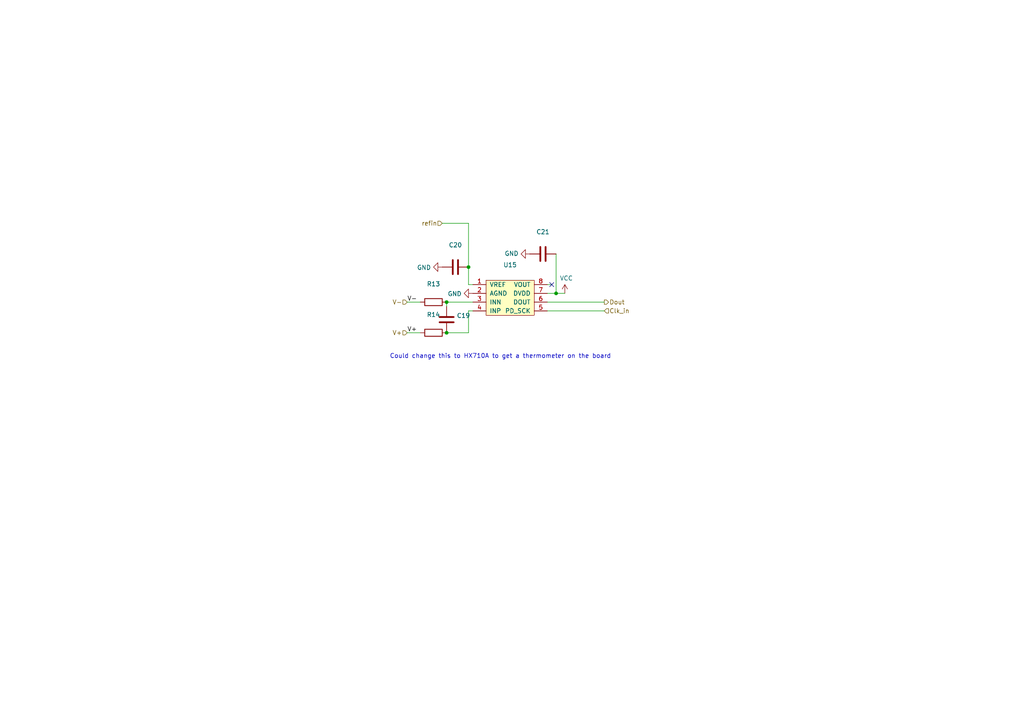
<source format=kicad_sch>
(kicad_sch (version 20211123) (generator eeschema)
  (paper "A4")
  (lib_symbols
    (symbol "0JLC-6:10" (pin_numbers hide) (pin_names (offset 0))
      (property "Reference" "R" (at 2.032 0 90))
      (property "Value" "10" (at 0 0 90))
      (symbol "10_0_1"
        (rectangle (start -1.016 -2.54) (end 1.016 2.54) (stroke (width 0.254)))
      )
      (symbol "10_1_1"
        (pin passive line (at 0 3.81 270) (length 1.27) (name "~") (number "1"))
        (pin passive line (at 0 -3.81 90) (length 1.27) (name "~") (number "2"))
      )
    )
    (symbol "0JLC-6:100nF" (pin_numbers hide) (pin_names (offset 0.254))
      (property "Reference" "C" (at 0.635 2.54 0))
      (property "Value" "100nF" (at 0.635 -2.54 0))
      (symbol "100nF_0_1"
        (polyline (pts (xy -2.032 -0.762) (xy 2.032 -0.762)) (stroke (width 0.508)))
        (polyline (pts (xy -2.032 0.762) (xy 2.032 0.762)) (stroke (width 0.508)))
      )
      (symbol "100nF_1_1"
        (pin passive line (at 0 3.81 270) (length 2.794) (name "~") (number "1"))
        (pin passive line (at 0 -3.81 90) (length 2.794) (name "~") (number "2"))
      )
    )
    (symbol "0JLC-6:HX710C" (pin_names (offset 1.016))
      (property "Reference" "U" (at 0 1.27 0))
      (property "Value" "HX710C" (at 0 3.81 0))
      (symbol "HX710C_0_1"
        (rectangle (start -7.62 0) (end 6.35 -10.16) (fill (type background)))
      )
      (symbol "HX710C_1_1"
        (pin passive line (at -11.43 -1.27 0) (length 3.81) (name "VREF") (number "1"))
        (pin passive line (at -11.43 -3.81 0) (length 3.81) (name "AGND") (number "2"))
        (pin passive line (at -11.43 -6.35 0) (length 3.81) (name "INN") (number "3"))
        (pin passive line (at -11.43 -8.89 0) (length 3.81) (name "INP") (number "4"))
        (pin passive line (at 10.16 -8.89 180) (length 3.81) (name "PD_SCK") (number "5"))
        (pin passive line (at 10.16 -6.35 180) (length 3.81) (name "DOUT") (number "6"))
        (pin passive line (at 10.16 -3.81 180) (length 3.81) (name "DVDD") (number "7"))
        (pin passive line (at 10.16 -1.27 180) (length 3.81) (name "VOUT") (number "8"))
      )
    )
    (symbol "power:GND" (power) (pin_names (offset 0))
      (property "Value" "GND" (at 0 -3.81 0))
      (symbol "GND_0_1"
        (polyline (pts (xy 0 0) (xy 0 -1.27) (xy 1.27 -1.27) (xy 0 -2.54) (xy -1.27 -1.27) (xy 0 -1.27)))
      )
      (symbol "GND_1_1"
        (pin power_in line (at 0 0 270) (length 0) hide (name "GND") (number "1"))
      )
    )
    (symbol "power:VCC" (power) (pin_names (offset 0))
      (property "Value" "VCC" (at 0 3.81 0))
      (symbol "VCC_0_1"
        (polyline (pts (xy -0.762 1.27) (xy 0 2.54)))
        (polyline (pts (xy 0 0) (xy 0 2.54)))
        (polyline (pts (xy 0 2.54) (xy 0.762 1.27)))
      )
      (symbol "VCC_1_1"
        (pin power_in line (at 0 0 90) (length 0) hide (name "VCC") (number "1"))
      )
    )
  )
  (junction (at 135.89 77.47))
  (junction (at 161.29 85.09))
  (junction (at 129.54 87.63))
  (junction (at 129.54 96.52))
  (no_connect (at 160.02 82.55))
  (wire (pts (xy 158.75 87.63) (xy 175.26 87.63)))
  (wire (pts (xy 161.29 85.09) (xy 163.83 85.09)))
  (wire (pts (xy 135.89 64.77) (xy 135.89 77.47)))
  (wire (pts (xy 135.89 77.47) (xy 135.89 82.55)))
  (wire (pts (xy 135.89 82.55) (xy 137.16 82.55)))
  (wire (pts (xy 121.92 87.63) (xy 118.11 87.63)))
  (wire (pts (xy 135.89 96.52) (xy 135.89 90.17)))
  (wire (pts (xy 158.75 90.17) (xy 175.26 90.17)))
  (wire (pts (xy 128.27 64.77) (xy 135.89 64.77)))
  (wire (pts (xy 158.75 82.55) (xy 160.02 82.55)))
  (wire (pts (xy 129.54 96.52) (xy 135.89 96.52)))
  (wire (pts (xy 161.29 73.66) (xy 161.29 85.09)))
  (wire (pts (xy 135.89 90.17) (xy 137.16 90.17)))
  (wire (pts (xy 121.92 96.52) (xy 118.11 96.52)))
  (wire (pts (xy 158.75 85.09) (xy 161.29 85.09)))
  (wire (pts (xy 137.16 87.63) (xy 129.54 87.63)))
  (wire (pts (xy 129.54 87.63) (xy 129.54 88.9)))
  (text "Could change this to HX710A to get a thermometer on the board" (at 113.03 104.14 0) (effects (font (size 1.27 1.27)) (justify left bottom)))
  (label "V+" (at 118.11 96.52 0))
  (label "V-" (at 118.11 87.63 0))
  (hierarchical_label "refin" (shape input) (at 128.27 64.77 180))
  (hierarchical_label "V+" (shape input) (at 118.11 96.52 180))
  (hierarchical_label "Clk_in" (shape input) (at 175.26 90.17 0))
  (hierarchical_label "V-" (shape input) (at 118.11 87.63 180))
  (hierarchical_label "Dout" (shape output) (at 175.26 87.63 0))
  (symbol (lib_id "0JLC-6:HX710C") (at 148.59 81.28 0) (unit 1)
    (property "Reference" "U15" (at 147.955 76.835 0))
    (property "Datasheet" "http://www.image.micros.com.pl/_dane_techniczne_auto/uphx710c%20smd.pdf" (effects hide))
    (property "LCSC" "C124156" (effects hide))
    (property "MPN" "HX710C" (effects hide))
  )
  (symbol (lib_id "power:GND") (at 137.16 85.09 270) (unit 1)
    (property "Reference" "#PWR053" (effects hide))
    (property "Value" "GND" (at 133.9088 85.217 90) (effects (justify right)))
  )
  (symbol (lib_id "0JLC-6:100nF") (at 129.54 92.71 180) (unit 1)
    (property "Reference" "C19" (at 132.461 91.5416 0) (effects (justify right)))
    (property "LCSC" "C14663" (effects hide))
    (property "MPN" "CC0603KRX7R9BB104" (effects hide))
  )
  (symbol (lib_id "0JLC-6:10") (at 125.73 87.63 270) (unit 1)
    (property "Reference" "R13" (at 125.73 82.3722 90))
    (property "LCSC" "C22775" (effects hide))
    (property "MPN" "0603WAF1000T5E" (effects hide))
  )
  (symbol (lib_id "0JLC-6:10") (at 125.73 96.52 270) (unit 1)
    (property "Reference" "R14" (at 125.73 91.2622 90))
    (property "LCSC" "C22775" (effects hide))
    (property "MPN" "0603WAF1000T5E" (effects hide))
  )
  (symbol (lib_id "0JLC-6:100nF") (at 132.08 77.47 270) (unit 1)
    (property "Reference" "C20" (at 132.08 71.0692 90))
    (property "LCSC" "C14663" (effects hide))
    (property "MPN" "CC0603KRX7R9BB104" (effects hide))
  )
  (symbol (lib_id "power:GND") (at 128.27 77.47 270) (unit 1)
    (property "Reference" "#PWR052" (effects hide))
    (property "Value" "GND" (at 125.0188 77.597 90) (effects (justify right)))
  )
  (symbol (lib_id "0JLC-6:100nF") (at 157.48 73.66 90) (mirror x) (unit 1)
    (property "Reference" "C21" (at 157.48 67.2592 90))
    (property "LCSC" "C14663" (effects hide))
    (property "MPN" "CC0603KRX7R9BB104" (effects hide))
  )
  (symbol (lib_id "power:GND") (at 153.67 73.66 270) (mirror x) (unit 1)
    (property "Reference" "#PWR054" (effects hide))
    (property "Value" "GND" (at 150.4188 73.533 90) (effects (justify right)))
  )
  (symbol (lib_id "power:VCC") (at 163.83 85.09 0) (unit 1)
    (property "Reference" "#PWR055" (effects hide))
    (property "Value" "VCC" (at 164.2618 80.6958 0))
  )
)
</source>
